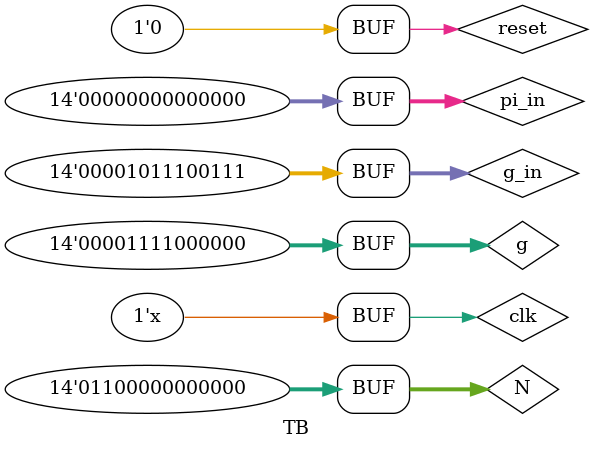
<source format=v>
`timescale 1ns / 1ps


module TB();
parameter K=14;
reg clk;
reg reset;
reg [K-1:0]g_in;
reg [K-1:0]g;
reg [K-1:0]N;
reg [K-1:0]pi_in;
wire [K-1:0]gout;
wire [K-1:0]pi_out;


// ACC  uut(T01,g1,N1,INIT,T1);

// GAMMA  uut(Clk,reset,gin,g,N,gout);

// PIE uut(.Clk(Clk),.reset(reset),.pi_in(pi_in),.g(g), .g_out(g_out), .gin(gin),.N(N),.pi_out(pi_out));

interl uut(pi_out,pi_in,g_in,gout,N,reset,clk,g);

initial 
begin
clk = 1'b1; reset=1'b1;

#10 reset=1'b0; g_in=10'b1011100111;
g=10'b1111000000;
N=13'b1100000000000;
pi_in=1'b0;

end
always #30 clk=~clk;
endmodule

</source>
